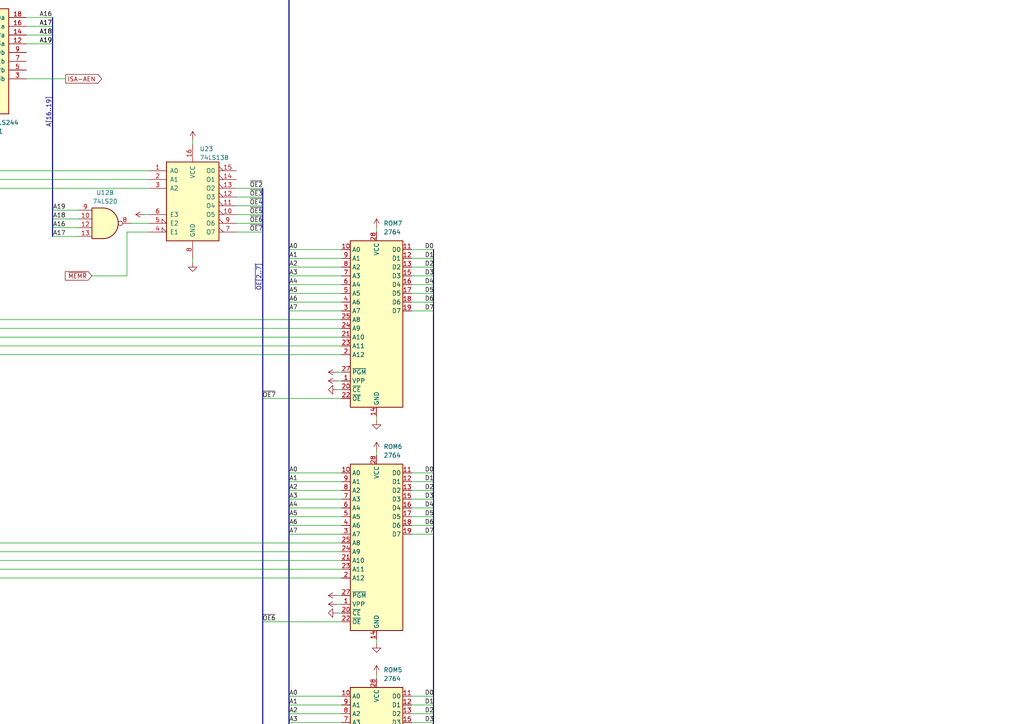
<source format=kicad_sch>
(kicad_sch (version 20211123) (generator eeschema)
  (paper "A4")
  (lib_symbols
    (symbol "74xx:74LS138" (pin_names (offset 1.016))
      (property "Reference" "U" (at -7.62 11.43 0))
      (property "Value" "74LS138" (at -7.62 -13.97 0))
      (symbol "74LS138_1_0"
        (pin input line (at -12.7 7.62 0) (length 5.08) (name "A0") (number "1"))
        (pin output output_low (at 12.7 -5.08 180) (length 5.08) (name "O5") (number "10"))
        (pin output output_low (at 12.7 -2.54 180) (length 5.08) (name "O4") (number "11"))
        (pin output output_low (at 12.7 0 180) (length 5.08) (name "O3") (number "12"))
        (pin output output_low (at 12.7 2.54 180) (length 5.08) (name "O2") (number "13"))
        (pin output output_low (at 12.7 5.08 180) (length 5.08) (name "O1") (number "14"))
        (pin output output_low (at 12.7 7.62 180) (length 5.08) (name "O0") (number "15"))
        (pin power_in line (at 0 15.24 270) (length 5.08) (name "VCC") (number "16"))
        (pin input line (at -12.7 5.08 0) (length 5.08) (name "A1") (number "2"))
        (pin input line (at -12.7 2.54 0) (length 5.08) (name "A2") (number "3"))
        (pin input input_low (at -12.7 -10.16 0) (length 5.08) (name "E1") (number "4"))
        (pin input input_low (at -12.7 -7.62 0) (length 5.08) (name "E2") (number "5"))
        (pin input line (at -12.7 -5.08 0) (length 5.08) (name "E3") (number "6"))
        (pin output output_low (at 12.7 -10.16 180) (length 5.08) (name "O7") (number "7"))
        (pin power_in line (at 0 -17.78 90) (length 5.08) (name "GND") (number "8"))
        (pin output output_low (at 12.7 -7.62 180) (length 5.08) (name "O6") (number "9"))
      )
      (symbol "74LS138_1_1"
        (rectangle (start -7.62 10.16) (end 7.62 -12.7) (stroke (width 0.254)) (fill (type background)))
      )
    )
    (symbol "74xx:74LS20" (pin_names (offset 1.016))
      (property "Reference" "U" (at 0 1.27 0))
      (property "Value" "74LS20" (at 0 -1.27 0))
      (symbol "74LS20_1_1"
        (arc (start -0.635 -4.445) (mid 3.81 0) (end -0.635 4.445) (stroke (width 0.254)) (fill (type background)))
        (polyline (pts (xy -0.635 4.445) (xy -3.81 4.445) (xy -3.81 -4.445) (xy -0.635 -4.445)) (stroke (width 0.254)) (fill (type background)))
        (pin input line (at -7.62 3.81 0) (length 3.81) (name "~") (number "1"))
        (pin input line (at -7.62 1.27 0) (length 3.81) (name "~") (number "2"))
        (pin input line (at -7.62 -1.27 0) (length 3.81) (name "~") (number "4"))
        (pin input line (at -7.62 -3.81 0) (length 3.81) (name "~") (number "5"))
        (pin output inverted (at 7.62 0 180) (length 3.81) (name "~") (number "6"))
      )
      (symbol "74LS20_1_2"
        (arc (start -3.81 -4.445) (mid -2.5908 0) (end -3.81 4.445) (stroke (width 0.254)))
        (arc (start -0.6096 -4.445) (mid 2.2246 -2.8422) (end 3.81 0) (stroke (width 0.254)) (fill (type background)))
        (polyline (pts (xy -3.81 -4.445) (xy -0.635 -4.445)) (stroke (width 0.254)) (fill (type background)))
        (polyline (pts (xy -3.81 4.445) (xy -0.635 4.445)) (stroke (width 0.254)) (fill (type background)))
        (polyline (pts (xy -0.635 4.445) (xy -3.81 4.445) (xy -3.81 4.445) (xy -3.6322 4.0894) (xy -3.0988 2.921) (xy -2.7686 1.6764) (xy -2.6162 0.4318) (xy -2.6416 -0.8636) (xy -2.8702 -2.1082) (xy -3.2512 -3.3274) (xy -3.81 -4.445) (xy -3.81 -4.445) (xy -0.635 -4.445)) (stroke (width -25.4)) (fill (type background)))
        (arc (start 3.81 0) (mid 2.2204 2.8379) (end -0.6096 4.445) (stroke (width 0.254)) (fill (type background)))
        (pin input inverted (at -7.62 3.81 0) (length 3.81) (name "~") (number "1"))
        (pin input inverted (at -7.62 1.27 0) (length 4.826) (name "~") (number "2"))
        (pin input inverted (at -7.62 -1.27 0) (length 4.826) (name "~") (number "4"))
        (pin input inverted (at -7.62 -3.81 0) (length 3.81) (name "~") (number "5"))
        (pin output line (at 7.62 0 180) (length 3.81) (name "~") (number "6"))
      )
      (symbol "74LS20_2_1"
        (arc (start -0.635 -4.445) (mid 3.81 0) (end -0.635 4.445) (stroke (width 0.254)) (fill (type background)))
        (polyline (pts (xy -0.635 4.445) (xy -3.81 4.445) (xy -3.81 -4.445) (xy -0.635 -4.445)) (stroke (width 0.254)) (fill (type background)))
        (pin input line (at -7.62 1.27 0) (length 3.81) (name "~") (number "10"))
        (pin input line (at -7.62 -1.27 0) (length 3.81) (name "~") (number "12"))
        (pin input line (at -7.62 -3.81 0) (length 3.81) (name "~") (number "13"))
        (pin output inverted (at 7.62 0 180) (length 3.81) (name "~") (number "8"))
        (pin input line (at -7.62 3.81 0) (length 3.81) (name "~") (number "9"))
      )
      (symbol "74LS20_2_2"
        (arc (start -3.81 -4.445) (mid -2.5908 0) (end -3.81 4.445) (stroke (width 0.254)))
        (arc (start -0.6096 -4.445) (mid 2.2246 -2.8422) (end 3.81 0) (stroke (width 0.254)) (fill (type background)))
        (polyline (pts (xy -3.81 -4.445) (xy -0.635 -4.445)) (stroke (width 0.254)) (fill (type background)))
        (polyline (pts (xy -3.81 4.445) (xy -0.635 4.445)) (stroke (width 0.254)) (fill (type background)))
        (polyline (pts (xy -0.635 4.445) (xy -3.81 4.445) (xy -3.81 4.445) (xy -3.6322 4.0894) (xy -3.0988 2.921) (xy -2.7686 1.6764) (xy -2.6162 0.4318) (xy -2.6416 -0.8636) (xy -2.8702 -2.1082) (xy -3.2512 -3.3274) (xy -3.81 -4.445) (xy -3.81 -4.445) (xy -0.635 -4.445)) (stroke (width -25.4)) (fill (type background)))
        (arc (start 3.81 0) (mid 2.2204 2.8379) (end -0.6096 4.445) (stroke (width 0.254)) (fill (type background)))
        (pin input inverted (at -7.62 1.27 0) (length 4.826) (name "~") (number "10"))
        (pin input inverted (at -7.62 -1.27 0) (length 4.826) (name "~") (number "12"))
        (pin input inverted (at -7.62 -3.81 0) (length 3.81) (name "~") (number "13"))
        (pin output line (at 7.62 0 180) (length 3.81) (name "~") (number "8"))
        (pin input inverted (at -7.62 3.81 0) (length 3.81) (name "~") (number "9"))
      )
      (symbol "74LS20_3_0"
        (pin power_in line (at 0 12.7 270) (length 5.08) (name "VCC") (number "14"))
        (pin power_in line (at 0 -12.7 90) (length 5.08) (name "GND") (number "7"))
      )
      (symbol "74LS20_3_1"
        (rectangle (start -5.08 7.62) (end 5.08 -7.62) (stroke (width 0.254)) (fill (type background)))
      )
    )
    (symbol "74xx:74LS244" (pin_names (offset 1.016))
      (property "Reference" "U" (at -7.62 16.51 0))
      (property "Value" "74LS244" (at -7.62 -16.51 0))
      (symbol "74LS244_1_0"
        (polyline (pts (xy -0.635 -1.27) (xy -0.635 1.27) (xy 0.635 1.27)))
        (polyline (pts (xy -1.27 -1.27) (xy 0.635 -1.27) (xy 0.635 1.27) (xy 1.27 1.27)))
        (pin input inverted (at -12.7 -10.16 0) (length 5.08) (name "OEa") (number "1"))
        (pin power_in line (at 0 -20.32 90) (length 5.08) (name "GND") (number "10"))
        (pin input line (at -12.7 2.54 0) (length 5.08) (name "I0b") (number "11"))
        (pin tri_state line (at 12.7 5.08 180) (length 5.08) (name "O3a") (number "12"))
        (pin input line (at -12.7 0 0) (length 5.08) (name "I1b") (number "13"))
        (pin tri_state line (at 12.7 7.62 180) (length 5.08) (name "O2a") (number "14"))
        (pin input line (at -12.7 -2.54 0) (length 5.08) (name "I2b") (number "15"))
        (pin tri_state line (at 12.7 10.16 180) (length 5.08) (name "O1a") (number "16"))
        (pin input line (at -12.7 -5.08 0) (length 5.08) (name "I3b") (number "17"))
        (pin tri_state line (at 12.7 12.7 180) (length 5.08) (name "O0a") (number "18"))
        (pin input inverted (at -12.7 -12.7 0) (length 5.08) (name "OEb") (number "19"))
        (pin input line (at -12.7 12.7 0) (length 5.08) (name "I0a") (number "2"))
        (pin power_in line (at 0 20.32 270) (length 5.08) (name "VCC") (number "20"))
        (pin tri_state line (at 12.7 -5.08 180) (length 5.08) (name "O3b") (number "3"))
        (pin input line (at -12.7 10.16 0) (length 5.08) (name "I1a") (number "4"))
        (pin tri_state line (at 12.7 -2.54 180) (length 5.08) (name "O2b") (number "5"))
        (pin input line (at -12.7 7.62 0) (length 5.08) (name "I2a") (number "6"))
        (pin tri_state line (at 12.7 0 180) (length 5.08) (name "O1b") (number "7"))
        (pin input line (at -12.7 5.08 0) (length 5.08) (name "I3a") (number "8"))
        (pin tri_state line (at 12.7 2.54 180) (length 5.08) (name "O0b") (number "9"))
      )
      (symbol "74LS244_1_1"
        (rectangle (start -7.62 15.24) (end 7.62 -15.24) (stroke (width 0.254)) (fill (type background)))
      )
    )
    (symbol "Memory_EPROM:2764"
      (property "Reference" "U" (at -7.62 24.13 0))
      (property "Value" "2764" (at 2.54 -26.67 0))
      (symbol "2764_1_1"
        (rectangle (start -7.62 22.86) (end 7.62 -25.4) (stroke (width 0.254)) (fill (type background)))
        (pin input line (at -10.16 -17.78 0) (length 2.54) (name "VPP") (number "1"))
        (pin input line (at -10.16 20.32 0) (length 2.54) (name "A0") (number "10"))
        (pin tri_state line (at 10.16 20.32 180) (length 2.54) (name "D0") (number "11"))
        (pin tri_state line (at 10.16 17.78 180) (length 2.54) (name "D1") (number "12"))
        (pin tri_state line (at 10.16 15.24 180) (length 2.54) (name "D2") (number "13"))
        (pin power_in line (at 0 -27.94 90) (length 2.54) (name "GND") (number "14"))
        (pin tri_state line (at 10.16 12.7 180) (length 2.54) (name "D3") (number "15"))
        (pin tri_state line (at 10.16 10.16 180) (length 2.54) (name "D4") (number "16"))
        (pin tri_state line (at 10.16 7.62 180) (length 2.54) (name "D5") (number "17"))
        (pin tri_state line (at 10.16 5.08 180) (length 2.54) (name "D6") (number "18"))
        (pin tri_state line (at 10.16 2.54 180) (length 2.54) (name "D7") (number "19"))
        (pin input line (at -10.16 -10.16 0) (length 2.54) (name "A12") (number "2"))
        (pin input line (at -10.16 -20.32 0) (length 2.54) (name "~{CE}") (number "20"))
        (pin input line (at -10.16 -5.08 0) (length 2.54) (name "A10") (number "21"))
        (pin input line (at -10.16 -22.86 0) (length 2.54) (name "~{OE}") (number "22"))
        (pin input line (at -10.16 -7.62 0) (length 2.54) (name "A11") (number "23"))
        (pin input line (at -10.16 -2.54 0) (length 2.54) (name "A9") (number "24"))
        (pin input line (at -10.16 0 0) (length 2.54) (name "A8") (number "25"))
        (pin no_connect line (at 7.62 0 180) (length 2.54) hide (name "NC") (number "26"))
        (pin input line (at -10.16 -15.24 0) (length 2.54) (name "~{PGM}") (number "27"))
        (pin power_in line (at 0 25.4 270) (length 2.54) (name "VCC") (number "28"))
        (pin input line (at -10.16 2.54 0) (length 2.54) (name "A7") (number "3"))
        (pin input line (at -10.16 5.08 0) (length 2.54) (name "A6") (number "4"))
        (pin input line (at -10.16 7.62 0) (length 2.54) (name "A5") (number "5"))
        (pin input line (at -10.16 10.16 0) (length 2.54) (name "A4") (number "6"))
        (pin input line (at -10.16 12.7 0) (length 2.54) (name "A3") (number "7"))
        (pin input line (at -10.16 15.24 0) (length 2.54) (name "A2") (number "8"))
        (pin input line (at -10.16 17.78 0) (length 2.54) (name "A1") (number "9"))
      )
    )
    (symbol "power:GND" (power) (pin_names (offset 0))
      (property "Value" "GND" (at 0 -3.81 0))
      (symbol "GND_0_1"
        (polyline (pts (xy 0 0) (xy 0 -1.27) (xy 1.27 -1.27) (xy 0 -2.54) (xy -1.27 -1.27) (xy 0 -1.27)))
      )
      (symbol "GND_1_1"
        (pin power_in line (at 0 0 270) (length 0) hide (name "GND") (number "1"))
      )
    )
    (symbol "power:VCC" (power) (pin_names (offset 0))
      (property "Value" "VCC" (at 0 3.81 0))
      (symbol "VCC_0_1"
        (polyline (pts (xy -0.762 1.27) (xy 0 2.54)))
        (polyline (pts (xy 0 0) (xy 0 2.54)))
        (polyline (pts (xy 0 2.54) (xy 0.762 1.27)))
      )
      (symbol "VCC_1_1"
        (pin power_in line (at 0 0 90) (length 0) hide (name "VCC") (number "1"))
      )
    )
  )
  (wire (pts (xy 83.82 269.24) (xy 99.06 269.24)))
  (wire (pts (xy 119.38 344.17) (xy 125.73 344.17)))
  (wire (pts (xy 83.82 201.93) (xy 99.06 201.93)))
  (wire (pts (xy 119.38 339.09) (xy 125.73 339.09)))
  (wire (pts (xy 97.79 113.03) (xy 99.06 113.03)))
  (wire (pts (xy 119.38 147.32) (xy 125.73 147.32)))
  (wire (pts (xy -26.67 5.08) (xy -17.78 5.08)))
  (wire (pts (xy 83.82 204.47) (xy 99.06 204.47)))
  (wire (pts (xy 119.38 281.94) (xy 125.73 281.94)))
  (wire (pts (xy -26.67 222.25) (xy 99.06 222.25)))
  (wire (pts (xy 119.38 349.25) (xy 125.73 349.25)))
  (wire (pts (xy 97.79 367.03) (xy 99.06 367.03)))
  (wire (pts (xy 83.82 406.4) (xy 99.06 406.4)))
  (wire (pts (xy 109.22 325.12) (xy 109.22 326.39)))
  (wire (pts (xy -26.67 12.7) (xy -17.78 12.7)))
  (wire (pts (xy -26.67 100.33) (xy 99.06 100.33)))
  (wire (pts (xy -26.67 157.48) (xy 99.06 157.48)))
  (wire (pts (xy -26.67 160.02) (xy 99.06 160.02)))
  (wire (pts (xy 119.38 144.78) (xy 125.73 144.78)))
  (wire (pts (xy -26.67 421.64) (xy 99.06 421.64)))
  (wire (pts (xy 97.79 107.95) (xy 99.06 107.95)))
  (wire (pts (xy -26.67 424.18) (xy 99.06 424.18)))
  (wire (pts (xy 119.38 154.94) (xy 125.73 154.94)))
  (wire (pts (xy 76.2 309.88) (xy 99.06 309.88)))
  (wire (pts (xy 119.38 212.09) (xy 125.73 212.09)))
  (wire (pts (xy 55.88 74.93) (xy 55.88 76.2)))
  (wire (pts (xy 68.58 67.31) (xy 76.2 67.31)))
  (wire (pts (xy 83.82 219.71) (xy 99.06 219.71)))
  (wire (pts (xy 97.79 242.57) (xy 99.06 242.57)))
  (wire (pts (xy 83.82 217.17) (xy 99.06 217.17)))
  (wire (pts (xy 68.58 59.69) (xy 76.2 59.69)))
  (wire (pts (xy 119.38 139.7) (xy 125.73 139.7)))
  (wire (pts (xy 119.38 271.78) (xy 125.73 271.78)))
  (wire (pts (xy 109.22 185.42) (xy 109.22 186.69)))
  (wire (pts (xy 109.22 260.35) (xy 109.22 261.62)))
  (wire (pts (xy -26.67 289.56) (xy 99.06 289.56)))
  (wire (pts (xy 97.79 434.34) (xy 99.06 434.34)))
  (wire (pts (xy 83.82 137.16) (xy 99.06 137.16)))
  (wire (pts (xy 97.79 307.34) (xy 99.06 307.34)))
  (wire (pts (xy 119.38 408.94) (xy 125.73 408.94)))
  (wire (pts (xy -26.67 95.25) (xy 99.06 95.25)))
  (wire (pts (xy 41.91 62.23) (xy 43.18 62.23)))
  (wire (pts (xy 38.1 64.77) (xy 43.18 64.77)))
  (wire (pts (xy 7.62 22.86) (xy 19.05 22.86)))
  (wire (pts (xy 119.38 411.48) (xy 125.73 411.48)))
  (wire (pts (xy 83.82 274.32) (xy 99.06 274.32)))
  (wire (pts (xy 83.82 396.24) (xy 99.06 396.24)))
  (wire (pts (xy 109.22 195.58) (xy 109.22 196.85)))
  (wire (pts (xy 97.79 372.11) (xy 99.06 372.11)))
  (wire (pts (xy 119.38 414.02) (xy 125.73 414.02)))
  (wire (pts (xy 83.82 154.94) (xy 99.06 154.94)))
  (wire (pts (xy 119.38 77.47) (xy 125.73 77.47)))
  (wire (pts (xy -26.67 224.79) (xy 99.06 224.79)))
  (wire (pts (xy 119.38 334.01) (xy 125.73 334.01)))
  (wire (pts (xy 119.38 284.48) (xy 125.73 284.48)))
  (wire (pts (xy 109.22 389.89) (xy 109.22 391.16)))
  (wire (pts (xy 83.82 403.86) (xy 99.06 403.86)))
  (wire (pts (xy 83.82 149.86) (xy 99.06 149.86)))
  (wire (pts (xy 119.38 217.17) (xy 125.73 217.17)))
  (wire (pts (xy -26.67 52.07) (xy 43.18 52.07)))
  (wire (pts (xy -26.67 354.33) (xy 99.06 354.33)))
  (wire (pts (xy 97.79 240.03) (xy 99.06 240.03)))
  (wire (pts (xy 109.22 120.65) (xy 109.22 121.92)))
  (wire (pts (xy 97.79 302.26) (xy 99.06 302.26)))
  (wire (pts (xy 83.82 207.01) (xy 99.06 207.01)))
  (wire (pts (xy 43.18 67.31) (xy 36.83 67.31)))
  (wire (pts (xy -26.67 10.16) (xy -17.78 10.16)))
  (wire (pts (xy 76.2 374.65) (xy 99.06 374.65)))
  (wire (pts (xy 83.82 212.09) (xy 99.06 212.09)))
  (wire (pts (xy 83.82 284.48) (xy 99.06 284.48)))
  (wire (pts (xy -26.67 229.87) (xy 99.06 229.87)))
  (wire (pts (xy 119.38 341.63) (xy 125.73 341.63)))
  (wire (pts (xy 83.82 77.47) (xy 99.06 77.47)))
  (bus (pts (xy 15.24 5.08) (xy 15.24 68.58)))
  (wire (pts (xy 83.82 214.63) (xy 99.06 214.63)))
  (wire (pts (xy 76.2 115.57) (xy 99.06 115.57)))
  (wire (pts (xy 7.62 5.08) (xy 15.24 5.08)))
  (wire (pts (xy 119.38 219.71) (xy 125.73 219.71)))
  (wire (pts (xy 83.82 344.17) (xy 99.06 344.17)))
  (wire (pts (xy 83.82 281.94) (xy 99.06 281.94)))
  (bus (pts (xy 125.73 72.39) (xy 125.73 450.85)))
  (wire (pts (xy -26.67 294.64) (xy 99.06 294.64)))
  (wire (pts (xy 97.79 436.88) (xy 99.06 436.88)))
  (wire (pts (xy 83.82 398.78) (xy 99.06 398.78)))
  (wire (pts (xy 76.2 180.34) (xy 99.06 180.34)))
  (wire (pts (xy -19.05 27.94) (xy -17.78 27.94)))
  (wire (pts (xy 119.38 137.16) (xy 125.73 137.16)))
  (wire (pts (xy 83.82 346.71) (xy 99.06 346.71)))
  (wire (pts (xy 83.82 144.78) (xy 99.06 144.78)))
  (wire (pts (xy 119.38 279.4) (xy 125.73 279.4)))
  (wire (pts (xy -26.67 287.02) (xy 99.06 287.02)))
  (wire (pts (xy -26.67 167.64) (xy 99.06 167.64)))
  (wire (pts (xy 119.38 142.24) (xy 125.73 142.24)))
  (wire (pts (xy -26.67 165.1) (xy 99.06 165.1)))
  (wire (pts (xy 119.38 401.32) (xy 125.73 401.32)))
  (wire (pts (xy 83.82 334.01) (xy 99.06 334.01)))
  (wire (pts (xy 119.38 346.71) (xy 125.73 346.71)))
  (wire (pts (xy -26.67 419.1) (xy 99.06 419.1)))
  (wire (pts (xy 83.82 82.55) (xy 99.06 82.55)))
  (wire (pts (xy 83.82 87.63) (xy 99.06 87.63)))
  (wire (pts (xy 119.38 403.86) (xy 125.73 403.86)))
  (wire (pts (xy -26.67 361.95) (xy 99.06 361.95)))
  (wire (pts (xy 83.82 408.94) (xy 99.06 408.94)))
  (wire (pts (xy -26.67 359.41) (xy 99.06 359.41)))
  (wire (pts (xy 119.38 214.63) (xy 125.73 214.63)))
  (wire (pts (xy 83.82 331.47) (xy 99.06 331.47)))
  (wire (pts (xy -26.67 356.87) (xy 99.06 356.87)))
  (wire (pts (xy 83.82 72.39) (xy 99.06 72.39)))
  (wire (pts (xy 97.79 172.72) (xy 99.06 172.72)))
  (wire (pts (xy -26.67 97.79) (xy 99.06 97.79)))
  (wire (pts (xy 26.67 80.01) (xy 36.83 80.01)))
  (wire (pts (xy -26.67 297.18) (xy 99.06 297.18)))
  (wire (pts (xy -19.05 30.48) (xy -17.78 30.48)))
  (wire (pts (xy 109.22 66.04) (xy 109.22 67.31)))
  (wire (pts (xy 119.38 209.55) (xy 125.73 209.55)))
  (wire (pts (xy 83.82 279.4) (xy 99.06 279.4)))
  (wire (pts (xy 97.79 369.57) (xy 99.06 369.57)))
  (wire (pts (xy 119.38 269.24) (xy 125.73 269.24)))
  (wire (pts (xy 83.82 74.93) (xy 99.06 74.93)))
  (wire (pts (xy 83.82 139.7) (xy 99.06 139.7)))
  (wire (pts (xy 7.62 12.7) (xy 15.24 12.7)))
  (wire (pts (xy 97.79 431.8) (xy 99.06 431.8)))
  (wire (pts (xy -5.08 38.1) (xy -5.08 39.37)))
  (wire (pts (xy 119.38 201.93) (xy 125.73 201.93)))
  (wire (pts (xy 15.24 60.96) (xy 22.86 60.96)))
  (wire (pts (xy 15.24 66.04) (xy 22.86 66.04)))
  (wire (pts (xy 55.88 40.64) (xy 55.88 41.91)))
  (wire (pts (xy 109.22 379.73) (xy 109.22 381)))
  (wire (pts (xy 83.82 90.17) (xy 99.06 90.17)))
  (wire (pts (xy 97.79 237.49) (xy 99.06 237.49)))
  (wire (pts (xy 83.82 209.55) (xy 99.06 209.55)))
  (bus (pts (xy -26.67 -30.48) (xy -26.67 426.72)))
  (wire (pts (xy 109.22 250.19) (xy 109.22 251.46)))
  (wire (pts (xy -19.05 22.86) (xy -17.78 22.86)))
  (wire (pts (xy 119.38 80.01) (xy 125.73 80.01)))
  (wire (pts (xy -26.67 351.79) (xy 99.06 351.79)))
  (wire (pts (xy -26.67 92.71) (xy 99.06 92.71)))
  (wire (pts (xy 76.2 245.11) (xy 99.06 245.11)))
  (wire (pts (xy 83.82 276.86) (xy 99.06 276.86)))
  (wire (pts (xy 109.22 314.96) (xy 109.22 316.23)))
  (wire (pts (xy 7.62 7.62) (xy 15.24 7.62)))
  (wire (pts (xy 119.38 82.55) (xy 125.73 82.55)))
  (wire (pts (xy 83.82 411.48) (xy 99.06 411.48)))
  (wire (pts (xy 83.82 336.55) (xy 99.06 336.55)))
  (wire (pts (xy 83.82 401.32) (xy 99.06 401.32)))
  (wire (pts (xy -26.67 416.56) (xy 99.06 416.56)))
  (wire (pts (xy -26.67 162.56) (xy 99.06 162.56)))
  (wire (pts (xy 7.62 10.16) (xy 15.24 10.16)))
  (wire (pts (xy 83.82 341.63) (xy 99.06 341.63)))
  (wire (pts (xy 119.38 149.86) (xy 125.73 149.86)))
  (wire (pts (xy 119.38 396.24) (xy 125.73 396.24)))
  (wire (pts (xy 97.79 304.8) (xy 99.06 304.8)))
  (wire (pts (xy 83.82 85.09) (xy 99.06 85.09)))
  (wire (pts (xy -26.67 54.61) (xy 43.18 54.61)))
  (wire (pts (xy 68.58 62.23) (xy 76.2 62.23)))
  (wire (pts (xy 119.38 90.17) (xy 125.73 90.17)))
  (wire (pts (xy 119.38 274.32) (xy 125.73 274.32)))
  (wire (pts (xy 68.58 57.15) (xy 76.2 57.15)))
  (wire (pts (xy 83.82 339.09) (xy 99.06 339.09)))
  (wire (pts (xy 36.83 67.31) (xy 36.83 80.01)))
  (wire (pts (xy 97.79 175.26) (xy 99.06 175.26)))
  (wire (pts (xy 83.82 349.25) (xy 99.06 349.25)))
  (wire (pts (xy 83.82 271.78) (xy 99.06 271.78)))
  (wire (pts (xy 68.58 64.77) (xy 76.2 64.77)))
  (wire (pts (xy 119.38 204.47) (xy 125.73 204.47)))
  (wire (pts (xy -26.67 7.62) (xy -17.78 7.62)))
  (wire (pts (xy 119.38 398.78) (xy 125.73 398.78)))
  (wire (pts (xy 97.79 110.49) (xy 99.06 110.49)))
  (wire (pts (xy 119.38 406.4) (xy 125.73 406.4)))
  (wire (pts (xy 119.38 207.01) (xy 125.73 207.01)))
  (wire (pts (xy 109.22 444.5) (xy 109.22 445.77)))
  (wire (pts (xy 83.82 80.01) (xy 99.06 80.01)))
  (wire (pts (xy 68.58 54.61) (xy 76.2 54.61)))
  (wire (pts (xy 119.38 74.93) (xy 125.73 74.93)))
  (bus (pts (xy 76.2 54.61) (xy 76.2 439.42)))
  (wire (pts (xy 97.79 177.8) (xy 99.06 177.8)))
  (wire (pts (xy 119.38 266.7) (xy 125.73 266.7)))
  (wire (pts (xy -26.67 292.1) (xy 99.06 292.1)))
  (wire (pts (xy 83.82 266.7) (xy 99.06 266.7)))
  (wire (pts (xy 83.82 147.32) (xy 99.06 147.32)))
  (wire (pts (xy -26.67 49.53) (xy 43.18 49.53)))
  (wire (pts (xy 119.38 336.55) (xy 125.73 336.55)))
  (wire (pts (xy 83.82 414.02) (xy 99.06 414.02)))
  (wire (pts (xy 119.38 331.47) (xy 125.73 331.47)))
  (wire (pts (xy -26.67 426.72) (xy 99.06 426.72)))
  (wire (pts (xy 119.38 85.09) (xy 125.73 85.09)))
  (wire (pts (xy -5.08 -3.81) (xy -5.08 -2.54)))
  (wire (pts (xy -26.67 232.41) (xy 99.06 232.41)))
  (bus (pts (xy 83.82 -30.48) (xy 83.82 414.02)))
  (wire (pts (xy 15.24 63.5) (xy 22.86 63.5)))
  (wire (pts (xy 76.2 439.42) (xy 99.06 439.42)))
  (wire (pts (xy 83.82 152.4) (xy 99.06 152.4)))
  (wire (pts (xy 119.38 276.86) (xy 125.73 276.86)))
  (wire (pts (xy 83.82 142.24) (xy 99.06 142.24)))
  (wire (pts (xy 119.38 152.4) (xy 125.73 152.4)))
  (wire (pts (xy 15.24 68.58) (xy 22.86 68.58)))
  (wire (pts (xy -26.67 102.87) (xy 99.06 102.87)))
  (wire (pts (xy -26.67 227.33) (xy 99.06 227.33)))
  (wire (pts (xy 119.38 72.39) (xy 125.73 72.39)))
  (wire (pts (xy 119.38 87.63) (xy 125.73 87.63)))
  (wire (pts (xy 109.22 130.81) (xy 109.22 132.08)))
  (label "A2" (at 86.36 401.32 180))
  (label "D0" (at 123.19 331.47 0))
  (label "A7" (at 86.36 219.71 180))
  (label "D4" (at 123.19 147.32 0))
  (label "A16" (at 11.43 5.08 0))
  (label "A6" (at 86.36 411.48 180))
  (label "D5" (at 123.19 149.86 0))
  (label "D0" (at 123.19 266.7 0))
  (label "AB8" (at -22.86 287.02 180))
  (label "D1" (at 123.19 269.24 0))
  (label "D2" (at 123.19 207.01 0))
  (label "A2" (at 86.36 271.78 180))
  (label "D1" (at 123.19 74.93 0))
  (label "D7" (at 123.19 414.02 0))
  (label "~{OE4}" (at 80.01 309.88 180))
  (label "A5" (at 86.36 214.63 180))
  (label "A7" (at 86.36 414.02 180))
  (label "A1" (at 86.36 204.47 180))
  (label "D4" (at 123.19 82.55 0))
  (label "D2" (at 123.19 336.55 0))
  (label "A17" (at 11.43 7.62 0))
  (label "A5" (at 86.36 408.94 180))
  (label "A5" (at 86.36 279.4 180))
  (label "AB8" (at -22.86 222.25 180))
  (label "A4" (at 86.36 212.09 180))
  (label "A18" (at 11.43 10.16 0))
  (label "~{OE5}" (at 72.39 62.23 0))
  (label "AB8" (at -22.86 351.79 180))
  (label "A7" (at 86.36 154.94 180))
  (label "A1" (at 86.36 139.7 180))
  (label "A6" (at 86.36 87.63 180))
  (label "D5" (at 123.19 344.17 0))
  (label "AB10" (at -21.59 356.87 180))
  (label "D5" (at 123.19 214.63 0))
  (label "D6" (at 123.19 87.63 0))
  (label "A3" (at 86.36 80.01 180))
  (label "A19" (at 11.43 12.7 0))
  (label "~{OE2}" (at 80.01 439.42 180))
  (label "AB16" (at -21.59 5.08 180))
  (label "A16" (at 19.05 66.04 180))
  (label "A0" (at 86.36 201.93 180))
  (label "D4" (at 123.19 276.86 0))
  (label "D0" (at 123.19 72.39 0))
  (label "AB9" (at -22.86 160.02 180))
  (label "AB9" (at -22.86 289.56 180))
  (label "D3" (at 123.19 80.01 0))
  (label "AB11" (at -21.59 100.33 180))
  (label "AB14" (at -21.59 52.07 180))
  (label "D0" (at 123.19 396.24 0))
  (label "A6" (at 86.36 346.71 180))
  (label "AB10" (at -21.59 421.64 180))
  (label "A6" (at 86.36 152.4 180))
  (label "~{OE5}" (at 80.01 245.11 180))
  (label "A3" (at 86.36 274.32 180))
  (label "A0" (at 86.36 396.24 180))
  (label "A4" (at 86.36 82.55 180))
  (label "D4" (at 123.19 341.63 0))
  (label "D6" (at 123.19 152.4 0))
  (label "A6" (at 86.36 281.94 180))
  (label "A17" (at 11.43 7.62 0))
  (label "AB10" (at -21.59 292.1 180))
  (label "A[16..19]" (at 15.24 36.83 90))
  (label "D1" (at 123.19 334.01 0))
  (label "D6" (at 123.19 346.71 0))
  (label "D7" (at 123.19 219.71 0))
  (label "A2" (at 86.36 207.01 180))
  (label "A0" (at 86.36 266.7 180))
  (label "AB15" (at -21.59 54.61 180))
  (label "D5" (at 123.19 85.09 0))
  (label "A19" (at 11.43 12.7 0))
  (label "A19" (at 19.05 60.96 180))
  (label "A5" (at 86.36 85.09 180))
  (label "AB12" (at -21.59 361.95 180))
  (label "A2" (at 86.36 336.55 180))
  (label "~{OE[2..7]}" (at 76.2 76.2 270))
  (label "D4" (at 123.19 212.09 0))
  (label "~{OE3}" (at 80.01 374.65 180))
  (label "AB8" (at -22.86 92.71 180))
  (label "A7" (at 86.36 90.17 180))
  (label "A0" (at 86.36 72.39 180))
  (label "A1" (at 86.36 334.01 180))
  (label "AB12" (at -21.59 426.72 180))
  (label "A3" (at 86.36 144.78 180))
  (label "AB8" (at -22.86 416.56 180))
  (label "AB19" (at -21.59 12.7 180))
  (label "AB12" (at -21.59 167.64 180))
  (label "~{OE2}" (at 72.39 54.61 0))
  (label "D7" (at 123.19 154.94 0))
  (label "D4" (at 123.19 406.4 0))
  (label "D7" (at 123.19 349.25 0))
  (label "D2" (at 123.19 271.78 0))
  (label "D1" (at 123.19 204.47 0))
  (label "A1" (at 86.36 74.93 180))
  (label "D5" (at 123.19 408.94 0))
  (label "A2" (at 86.36 77.47 180))
  (label "~{OE7}" (at 72.39 67.31 0))
  (label "D5" (at 123.19 279.4 0))
  (label "D1" (at 123.19 139.7 0))
  (label "AB12" (at -21.59 102.87 180))
  (label "AB10" (at -21.59 227.33 180))
  (label "A7" (at 86.36 349.25 180))
  (label "A18" (at 19.05 63.5 180))
  (label "AB18" (at -21.59 10.16 180))
  (label "D3" (at 123.19 144.78 0))
  (label "D3" (at 123.19 339.09 0))
  (label "~{OE4}" (at 72.39 59.69 0))
  (label "D7" (at 123.19 90.17 0))
  (label "D6" (at 123.19 411.48 0))
  (label "AB12" (at -21.59 232.41 180))
  (label "A6" (at 86.36 217.17 180))
  (label "AB9" (at -22.86 224.79 180))
  (label "AB10" (at -21.59 97.79 180))
  (label "D6" (at 123.19 217.17 0))
  (label "A1" (at 86.36 269.24 180))
  (label "AB12" (at -21.59 297.18 180))
  (label "AB9" (at -22.86 354.33 180))
  (label "D3" (at 123.19 403.86 0))
  (label "AB13" (at -21.59 49.53 180))
  (label "AB11" (at -21.59 294.64 180))
  (label "A17" (at 19.05 68.58 180))
  (label "D2" (at 123.19 401.32 0))
  (label "D0" (at 123.19 137.16 0))
  (label "D3" (at 123.19 274.32 0))
  (label "AB8" (at -22.86 157.48 180))
  (label "D3" (at 123.19 209.55 0))
  (label "A4" (at 86.36 147.32 180))
  (label "D0" (at 123.19 201.93 0))
  (label "AB10" (at -21.59 162.56 180))
  (label "A7" (at 86.36 284.48 180))
  (label "~{OE7}" (at 80.01 115.57 180))
  (label "A0" (at 86.36 331.47 180))
  (label "A3" (at 86.36 339.09 180))
  (label "D1" (at 123.19 398.78 0))
  (label "A3" (at 86.36 209.55 180))
  (label "AB11" (at -21.59 165.1 180))
  (label "D7" (at 123.19 284.48 0))
  (label "A1" (at 86.36 398.78 180))
  (label "A18" (at 11.43 10.16 0))
  (label "A5" (at 86.36 149.86 180))
  (label "D6" (at 123.19 281.94 0))
  (label "AB9" (at -22.86 419.1 180))
  (label "A0" (at 86.36 137.16 180))
  (label "AB9" (at -22.86 95.25 180))
  (label "AB11" (at -21.59 359.41 180))
  (label "AB17" (at -21.59 7.62 180))
  (label "AB11" (at -21.59 229.87 180))
  (label "A4" (at 86.36 276.86 180))
  (label "D2" (at 123.19 142.24 0))
  (label "A4" (at 86.36 341.63 180))
  (label "~{OE6}" (at 80.01 180.34 180))
  (label "A4" (at 86.36 406.4 180))
  (label "~{OE3}" (at 72.39 57.15 0))
  (label "A5" (at 86.36 344.17 180))
  (label "D2" (at 123.19 77.47 0))
  (label "A2" (at 86.36 142.24 180))
  (label "A3" (at 86.36 403.86 180))
  (label "~{OE6}" (at 72.39 64.77 0))
  (label "AB11" (at -21.59 424.18 180))
  (global_label "ISA-AEN" (shape output) (at 19.05 22.86 0) (property "Intersheet References" "${INTERSHEET_REFS}" (effects hide)))
  (global_label "~{MEMR}" (shape input) (at 26.67 80.01 180) (property "Intersheet References" "${INTERSHEET_REFS}" (effects hide)))
  (hierarchical_label "AB[0..19]" (shape input) (at -26.67 -30.48 90))
  (hierarchical_label "D[0..7]" (shape output) (at 125.73 450.85 270))
  (hierarchical_label "A[0..15]" (shape input) (at 83.82 -30.48 90))
  (hierarchical_label "~{AEN}" (shape input) (at -19.05 22.86 180))
  (symbol (lib_id "power:GND") (at 97.79 436.88 270) (unit 1)
    (property "Reference" "#PWR?" (effects hide))
    (property "Value" "GND" (effects hide))
  )
  (symbol (lib_id "74xx:74LS138") (at 55.88 57.15 0) (unit 1)
    (property "Reference" "U23" (at 57.8994 43.18 0) (effects (justify left)))
    (property "Value" "74LS138" (at 57.8994 45.72 0) (effects (justify left)))
    (property "Datasheet" "http://www.ti.com/lit/gpn/sn74LS138" (effects hide))
  )
  (symbol (lib_id "power:VCC") (at 97.79 110.49 90) (unit 1)
    (property "Reference" "#PWR0144" (effects hide))
    (property "Value" "VCC" (effects hide))
  )
  (symbol (lib_id "power:GND") (at 109.22 316.23 0) (unit 1)
    (property "Reference" "#PWR?" (effects hide))
    (property "Value" "GND" (effects hide))
  )
  (symbol (lib_id "power:VCC") (at 97.79 240.03 90) (unit 1)
    (property "Reference" "#PWR?" (effects hide))
    (property "Value" "VCC" (effects hide))
  )
  (symbol (lib_id "power:VCC") (at 97.79 107.95 90) (unit 1)
    (property "Reference" "#PWR0146" (effects hide))
    (property "Value" "VCC" (effects hide))
  )
  (symbol (lib_id "power:VCC") (at 97.79 172.72 90) (unit 1)
    (property "Reference" "#PWR?" (effects hide))
    (property "Value" "VCC" (effects hide))
  )
  (symbol (lib_id "74xx:74LS244") (at -5.08 17.78 0) (unit 1)
    (property "Reference" "U11" (at -3.0606 38.1 0) (effects (justify left)))
    (property "Value" "74LS244" (at -3.0606 35.56 0) (effects (justify left)))
    (property "Datasheet" "http://www.ti.com/lit/ds/symlink/sn74ls244.pdf" (effects hide))
  )
  (symbol (lib_id "power:GND") (at -19.05 27.94 270) (unit 1)
    (property "Reference" "#PWR?" (effects hide))
    (property "Value" "GND" (effects hide))
  )
  (symbol (lib_id "power:VCC") (at 55.88 40.64 0) (unit 1)
    (property "Reference" "#PWR?" (effects hide))
    (property "Value" "VCC" (effects hide))
  )
  (symbol (lib_id "power:VCC") (at -5.08 -3.81 0) (unit 1)
    (property "Reference" "#PWR?" (effects hide))
    (property "Value" "VCC" (effects hide))
  )
  (symbol (lib_id "power:VCC") (at 97.79 431.8 90) (unit 1)
    (property "Reference" "#PWR?" (effects hide))
    (property "Value" "VCC" (effects hide))
  )
  (symbol (lib_id "power:VCC") (at 97.79 175.26 90) (unit 1)
    (property "Reference" "#PWR?" (effects hide))
    (property "Value" "VCC" (effects hide))
  )
  (symbol (lib_id "power:VCC") (at 109.22 260.35 0) (unit 1)
    (property "Reference" "#PWR?" (effects hide))
    (property "Value" "VCC" (effects hide))
  )
  (symbol (lib_id "power:GND") (at 97.79 307.34 270) (unit 1)
    (property "Reference" "#PWR?" (effects hide))
    (property "Value" "GND" (effects hide))
  )
  (symbol (lib_id "power:GND") (at 109.22 445.77 0) (unit 1)
    (property "Reference" "#PWR?" (effects hide))
    (property "Value" "GND" (effects hide))
  )
  (symbol (lib_id "power:GND") (at 109.22 381 0) (unit 1)
    (property "Reference" "#PWR?" (effects hide))
    (property "Value" "GND" (effects hide))
  )
  (symbol (lib_id "power:GND") (at 97.79 242.57 270) (unit 1)
    (property "Reference" "#PWR?" (effects hide))
    (property "Value" "GND" (effects hide))
  )
  (symbol (lib_id "Memory_EPROM:2764") (at 109.22 416.56 0) (unit 1)
    (property "Reference" "ROM2" (at 111.2394 388.62 0) (effects (justify left)))
    (property "Value" "2764" (at 111.2394 391.16 0) (effects (justify left)))
    (property "Footprint" "Package_DIP:DIP-28_W15.24mm" (effects hide))
    (property "Datasheet" "https://downloads.reactivemicro.com/Electronics/ROM/2764%20EPROM.pdf" (effects hide))
  )
  (symbol (lib_id "power:VCC") (at 109.22 389.89 0) (unit 1)
    (property "Reference" "#PWR?" (effects hide))
    (property "Value" "VCC" (effects hide))
  )
  (symbol (lib_id "power:VCC") (at 41.91 62.23 90) (unit 1)
    (property "Reference" "#PWR?" (effects hide))
    (property "Value" "VCC" (effects hide))
  )
  (symbol (lib_id "74xx:74LS20") (at 30.48 64.77 0) (unit 2)
    (property "Reference" "U12" (at 30.48 55.88 0))
    (property "Value" "74LS20" (at 30.48 58.42 0))
    (property "Datasheet" "http://www.ti.com/lit/gpn/sn74LS20" (effects hide))
  )
  (symbol (lib_id "power:VCC") (at 97.79 434.34 90) (unit 1)
    (property "Reference" "#PWR?" (effects hide))
    (property "Value" "VCC" (effects hide))
  )
  (symbol (lib_id "power:VCC") (at 109.22 66.04 0) (unit 1)
    (property "Reference" "#PWR0143" (effects hide))
    (property "Value" "VCC" (effects hide))
  )
  (symbol (lib_id "Memory_EPROM:2764") (at 109.22 287.02 0) (unit 1)
    (property "Reference" "ROM4" (at 111.2394 259.08 0) (effects (justify left)))
    (property "Value" "2764" (at 111.2394 261.62 0) (effects (justify left)))
    (property "Footprint" "Package_DIP:DIP-28_W15.24mm" (effects hide))
    (property "Datasheet" "https://downloads.reactivemicro.com/Electronics/ROM/2764%20EPROM.pdf" (effects hide))
  )
  (symbol (lib_id "Memory_EPROM:2764") (at 109.22 92.71 0) (unit 1)
    (property "Reference" "ROM7" (at 111.2394 64.77 0) (effects (justify left)))
    (property "Value" "2764" (at 111.2394 67.31 0) (effects (justify left)))
    (property "Footprint" "Package_DIP:DIP-28_W15.24mm" (effects hide))
    (property "Datasheet" "https://downloads.reactivemicro.com/Electronics/ROM/2764%20EPROM.pdf" (effects hide))
  )
  (symbol (lib_id "power:VCC") (at 109.22 130.81 0) (unit 1)
    (property "Reference" "#PWR?" (effects hide))
    (property "Value" "VCC" (effects hide))
  )
  (symbol (lib_id "power:VCC") (at 97.79 304.8 90) (unit 1)
    (property "Reference" "#PWR?" (effects hide))
    (property "Value" "VCC" (effects hide))
  )
  (symbol (lib_id "power:GND") (at 97.79 113.03 270) (unit 1)
    (property "Reference" "#PWR0147" (effects hide))
    (property "Value" "GND" (effects hide))
  )
  (symbol (lib_id "Memory_EPROM:2764") (at 109.22 157.48 0) (unit 1)
    (property "Reference" "ROM6" (at 111.2394 129.54 0) (effects (justify left)))
    (property "Value" "2764" (at 111.2394 132.08 0) (effects (justify left)))
    (property "Footprint" "Package_DIP:DIP-28_W15.24mm" (effects hide))
    (property "Datasheet" "https://downloads.reactivemicro.com/Electronics/ROM/2764%20EPROM.pdf" (effects hide))
  )
  (symbol (lib_id "power:VCC") (at 97.79 302.26 90) (unit 1)
    (property "Reference" "#PWR?" (effects hide))
    (property "Value" "VCC" (effects hide))
  )
  (symbol (lib_id "power:VCC") (at 109.22 195.58 0) (unit 1)
    (property "Reference" "#PWR?" (effects hide))
    (property "Value" "VCC" (effects hide))
  )
  (symbol (lib_id "power:GND") (at 109.22 121.92 0) (unit 1)
    (property "Reference" "#PWR0145" (effects hide))
    (property "Value" "GND" (effects hide))
  )
  (symbol (lib_id "power:VCC") (at 97.79 237.49 90) (unit 1)
    (property "Reference" "#PWR?" (effects hide))
    (property "Value" "VCC" (effects hide))
  )
  (symbol (lib_id "power:VCC") (at 97.79 369.57 90) (unit 1)
    (property "Reference" "#PWR?" (effects hide))
    (property "Value" "VCC" (effects hide))
  )
  (symbol (lib_id "Memory_EPROM:2764") (at 109.22 351.79 0) (unit 1)
    (property "Reference" "ROM3" (at 111.2394 323.85 0) (effects (justify left)))
    (property "Value" "2764" (at 111.2394 326.39 0) (effects (justify left)))
    (property "Footprint" "Package_DIP:DIP-28_W15.24mm" (effects hide))
    (property "Datasheet" "https://downloads.reactivemicro.com/Electronics/ROM/2764%20EPROM.pdf" (effects hide))
  )
  (symbol (lib_id "power:GND") (at 109.22 251.46 0) (unit 1)
    (property "Reference" "#PWR?" (effects hide))
    (property "Value" "GND" (effects hide))
  )
  (symbol (lib_id "power:VCC") (at 109.22 325.12 0) (unit 1)
    (property "Reference" "#PWR?" (effects hide))
    (property "Value" "VCC" (effects hide))
  )
  (symbol (lib_id "power:GND") (at 97.79 372.11 270) (unit 1)
    (property "Reference" "#PWR?" (effects hide))
    (property "Value" "GND" (effects hide))
  )
  (symbol (lib_id "Memory_EPROM:2764") (at 109.22 222.25 0) (unit 1)
    (property "Reference" "ROM5" (at 111.2394 194.31 0) (effects (justify left)))
    (property "Value" "2764" (at 111.2394 196.85 0) (effects (justify left)))
    (property "Footprint" "Package_DIP:DIP-28_W15.24mm" (effects hide))
    (property "Datasheet" "https://downloads.reactivemicro.com/Electronics/ROM/2764%20EPROM.pdf" (effects hide))
  )
  (symbol (lib_id "power:GND") (at 109.22 186.69 0) (unit 1)
    (property "Reference" "#PWR?" (effects hide))
    (property "Value" "GND" (effects hide))
  )
  (symbol (lib_id "power:GND") (at -19.05 30.48 270) (unit 1)
    (property "Reference" "#PWR?" (effects hide))
    (property "Value" "GND" (effects hide))
  )
  (symbol (lib_id "power:VCC") (at 97.79 367.03 90) (unit 1)
    (property "Reference" "#PWR?" (effects hide))
    (property "Value" "VCC" (effects hide))
  )
  (symbol (lib_id "power:GND") (at 97.79 177.8 270) (unit 1)
    (property "Reference" "#PWR?" (effects hide))
    (property "Value" "GND" (effects hide))
  )
  (symbol (lib_id "power:GND") (at 55.88 76.2 0) (unit 1)
    (property "Reference" "#PWR?" (effects hide))
    (property "Value" "GND" (effects hide))
  )
  (symbol (lib_id "power:GND") (at -5.08 39.37 0) (unit 1)
    (property "Reference" "#PWR?" (effects hide))
    (property "Value" "GND" (effects hide))
  )
)
</source>
